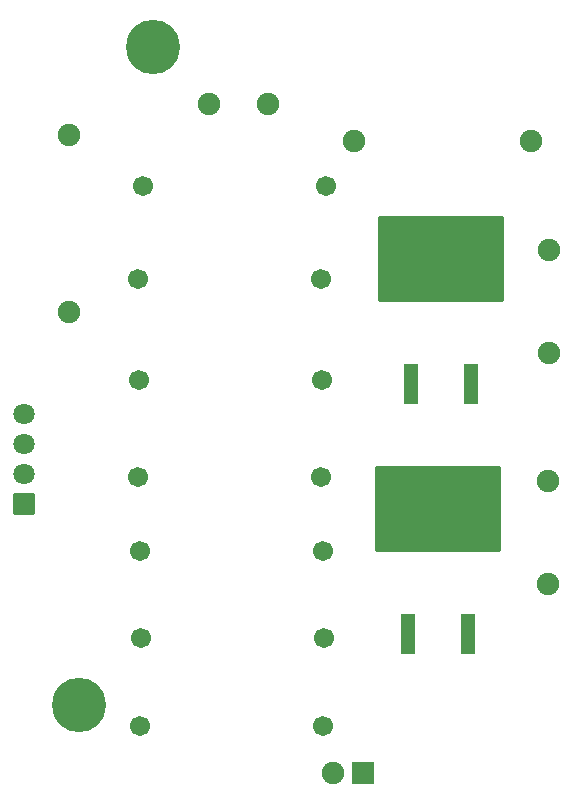
<source format=gts>
G04 Layer: TopSolderMaskLayer*
G04 EasyEDA Pro v2.1.64.d1969c9c.217bcf, 2024-09-26 22:54:29*
G04 Gerber Generator version 0.3*
G04 Scale: 100 percent, Rotated: No, Reflected: No*
G04 Dimensions in millimeters*
G04 Leading zeros omitted, absolute positions, 3 integers and 5 decimals*
%FSLAX35Y35*%
%MOMM*%
%AMRoundRect*1,1,$1,$2,$3*1,1,$1,$4,$5*1,1,$1,0-$2,0-$3*1,1,$1,0-$4,0-$5*20,1,$1,$2,$3,$4,$5,0*20,1,$1,$4,$5,0-$2,0-$3,0*20,1,$1,0-$2,0-$3,0-$4,0-$5,0*20,1,$1,0-$4,0-$5,$2,$3,0*4,1,4,$2,$3,$4,$5,0-$2,0-$3,0-$4,0-$5,$2,$3,0*%
%ADD10C,1.9016*%
%ADD11RoundRect,0.09388X-0.57086X-1.68313X-0.57086X1.68313*%
%ADD12RoundRect,0.1002X-5.2839X-3.59096X-5.2839X3.59096*%
%ADD13C,1.7016*%
%ADD14RoundRect,0.09618X-0.85271X-0.85271X-0.85271X0.85271*%
%ADD15C,1.8016*%
%ADD16C,4.602*%
%ADD17RoundRect,0.09645X0.90257X-0.90257X-0.90257X-0.90257*%
G75*


G04 Pad Start*
G54D10*
G01X8978900Y-1927200D03*
G01X8978900Y-2797200D03*
G01X8991600Y28600D03*
G01X8991600Y-841400D03*
G54D11*
G01X7818625Y-1102269D03*
G01X8326625Y-1102269D03*
G54D12*
G01X8072625Y-45121D03*
G54D11*
G01X7797808Y-3220969D03*
G01X8305808Y-3220969D03*
G54D12*
G01X8051808Y-2163821D03*
G54D13*
G01X7074205Y-4000500D03*
G01X5524195Y-4000500D03*
G01X7086905Y-3251200D03*
G01X5536895Y-3251200D03*
G01X7061505Y-1892300D03*
G01X5511495Y-1892300D03*
G01X5524195Y-2514600D03*
G01X7074205Y-2514600D03*
G01X7071035Y-1072401D03*
G01X5521025Y-1072401D03*
G01X5511495Y-215900D03*
G01X7061505Y-215900D03*
G54D10*
G01X6612636Y1270000D03*
G01X6112764Y1270000D03*
G01X4927600Y1004011D03*
G01X4927600Y-496011D03*
G01X8839911Y952500D03*
G01X7339889Y952500D03*
G54D14*
G01X4546600Y-2120900D03*
G54D15*
G01X4546600Y-1866900D03*
G01X4546600Y-1612900D03*
G01X4546600Y-1358900D03*
G54D13*
G01X7099605Y571500D03*
G01X5549595Y571500D03*
G54D16*
G01X5632412Y1753489D03*
G01X5010112Y-3823983D03*
G54D10*
G01X7162800Y-4394200D03*
G54D17*
G01X7416800Y-4394200D03*
G04 Pad End*

M02*

</source>
